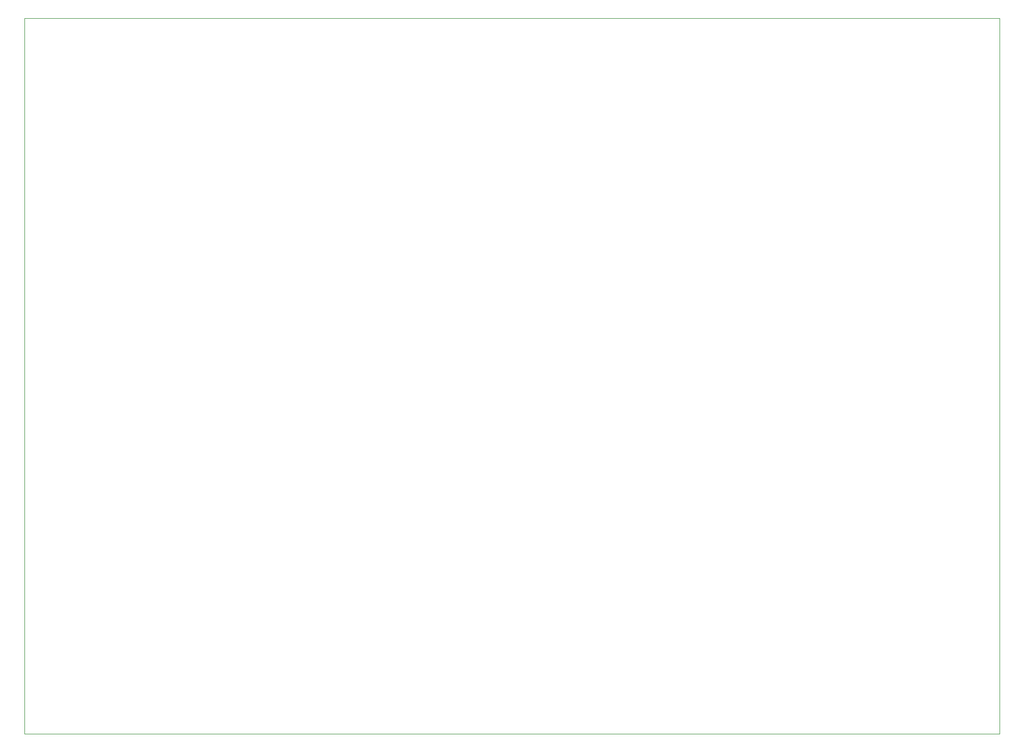
<source format=gbr>
G04 #@! TF.GenerationSoftware,KiCad,Pcbnew,5.1.6-c6e7f7d~86~ubuntu16.04.1*
G04 #@! TF.CreationDate,2020-08-03T14:49:15+05:30*
G04 #@! TF.ProjectId,Aardonyx,41617264-6f6e-4797-982e-6b696361645f,v1.0*
G04 #@! TF.SameCoordinates,Original*
G04 #@! TF.FileFunction,Profile,NP*
%FSLAX46Y46*%
G04 Gerber Fmt 4.6, Leading zero omitted, Abs format (unit mm)*
G04 Created by KiCad (PCBNEW 5.1.6-c6e7f7d~86~ubuntu16.04.1) date 2020-08-03 14:49:15*
%MOMM*%
%LPD*%
G01*
G04 APERTURE LIST*
G04 #@! TA.AperFunction,Profile*
%ADD10C,0.100000*%
G04 #@! TD*
G04 APERTURE END LIST*
D10*
X281706200Y-45680600D02*
X281706200Y-162210600D01*
X123106200Y-45680600D02*
X281706200Y-45680600D01*
X123106200Y-162210600D02*
X123106200Y-45680600D01*
X281706200Y-162210600D02*
X123106200Y-162210600D01*
M02*

</source>
